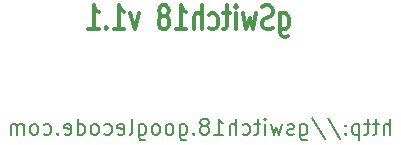
<source format=gbo>
G04 (created by PCBNEW (2013-07-24 BZR 4024)-stable) date Fri 24 Jul 2015 04:08:31 PM NZST*
%MOIN*%
G04 Gerber Fmt 3.4, Leading zero omitted, Abs format*
%FSLAX34Y34*%
G01*
G70*
G90*
G04 APERTURE LIST*
%ADD10C,0.005*%
%ADD11C,0.012*%
%ADD12C,0.0079*%
G04 APERTURE END LIST*
G54D10*
G54D11*
X42258Y-26282D02*
X42258Y-26930D01*
X42286Y-27006D01*
X42315Y-27044D01*
X42372Y-27082D01*
X42458Y-27082D01*
X42515Y-27044D01*
X42258Y-26777D02*
X42315Y-26815D01*
X42429Y-26815D01*
X42486Y-26777D01*
X42515Y-26739D01*
X42543Y-26663D01*
X42543Y-26434D01*
X42515Y-26358D01*
X42486Y-26320D01*
X42429Y-26282D01*
X42315Y-26282D01*
X42258Y-26320D01*
X42001Y-26777D02*
X41915Y-26815D01*
X41772Y-26815D01*
X41715Y-26777D01*
X41686Y-26739D01*
X41658Y-26663D01*
X41658Y-26587D01*
X41686Y-26511D01*
X41715Y-26472D01*
X41772Y-26434D01*
X41886Y-26396D01*
X41943Y-26358D01*
X41972Y-26320D01*
X42001Y-26244D01*
X42001Y-26168D01*
X41972Y-26092D01*
X41943Y-26053D01*
X41886Y-26015D01*
X41743Y-26015D01*
X41658Y-26053D01*
X41458Y-26282D02*
X41343Y-26815D01*
X41229Y-26434D01*
X41115Y-26815D01*
X41001Y-26282D01*
X40772Y-26815D02*
X40772Y-26282D01*
X40772Y-26015D02*
X40801Y-26053D01*
X40772Y-26092D01*
X40743Y-26053D01*
X40772Y-26015D01*
X40772Y-26092D01*
X40572Y-26282D02*
X40343Y-26282D01*
X40486Y-26015D02*
X40486Y-26701D01*
X40458Y-26777D01*
X40401Y-26815D01*
X40343Y-26815D01*
X39886Y-26777D02*
X39943Y-26815D01*
X40058Y-26815D01*
X40115Y-26777D01*
X40143Y-26739D01*
X40172Y-26663D01*
X40172Y-26434D01*
X40143Y-26358D01*
X40115Y-26320D01*
X40058Y-26282D01*
X39943Y-26282D01*
X39886Y-26320D01*
X39629Y-26815D02*
X39629Y-26015D01*
X39372Y-26815D02*
X39372Y-26396D01*
X39401Y-26320D01*
X39458Y-26282D01*
X39543Y-26282D01*
X39601Y-26320D01*
X39629Y-26358D01*
X38772Y-26815D02*
X39115Y-26815D01*
X38943Y-26815D02*
X38943Y-26015D01*
X39001Y-26130D01*
X39058Y-26206D01*
X39115Y-26244D01*
X38429Y-26358D02*
X38486Y-26320D01*
X38515Y-26282D01*
X38543Y-26206D01*
X38543Y-26168D01*
X38515Y-26092D01*
X38486Y-26053D01*
X38429Y-26015D01*
X38315Y-26015D01*
X38258Y-26053D01*
X38229Y-26092D01*
X38201Y-26168D01*
X38201Y-26206D01*
X38229Y-26282D01*
X38258Y-26320D01*
X38315Y-26358D01*
X38429Y-26358D01*
X38486Y-26396D01*
X38515Y-26434D01*
X38543Y-26511D01*
X38543Y-26663D01*
X38515Y-26739D01*
X38486Y-26777D01*
X38429Y-26815D01*
X38315Y-26815D01*
X38258Y-26777D01*
X38229Y-26739D01*
X38201Y-26663D01*
X38201Y-26511D01*
X38229Y-26434D01*
X38258Y-26396D01*
X38315Y-26358D01*
X37543Y-26282D02*
X37401Y-26815D01*
X37258Y-26282D01*
X36715Y-26815D02*
X37058Y-26815D01*
X36886Y-26815D02*
X36886Y-26015D01*
X36943Y-26130D01*
X37000Y-26206D01*
X37058Y-26244D01*
X36458Y-26739D02*
X36429Y-26777D01*
X36458Y-26815D01*
X36486Y-26777D01*
X36458Y-26739D01*
X36458Y-26815D01*
X35858Y-26815D02*
X36200Y-26815D01*
X36029Y-26815D02*
X36029Y-26015D01*
X36086Y-26130D01*
X36143Y-26206D01*
X36200Y-26244D01*
G54D12*
X45918Y-30333D02*
X45918Y-29790D01*
X45702Y-30333D02*
X45702Y-30049D01*
X45726Y-29997D01*
X45774Y-29971D01*
X45846Y-29971D01*
X45894Y-29997D01*
X45918Y-30023D01*
X45534Y-29971D02*
X45342Y-29971D01*
X45462Y-29790D02*
X45462Y-30256D01*
X45438Y-30307D01*
X45390Y-30333D01*
X45342Y-30333D01*
X45246Y-29971D02*
X45054Y-29971D01*
X45174Y-29790D02*
X45174Y-30256D01*
X45150Y-30307D01*
X45102Y-30333D01*
X45054Y-30333D01*
X44886Y-29971D02*
X44886Y-30514D01*
X44886Y-29997D02*
X44838Y-29971D01*
X44742Y-29971D01*
X44694Y-29997D01*
X44670Y-30023D01*
X44646Y-30075D01*
X44646Y-30230D01*
X44670Y-30282D01*
X44694Y-30307D01*
X44742Y-30333D01*
X44838Y-30333D01*
X44886Y-30307D01*
X44430Y-30282D02*
X44406Y-30307D01*
X44430Y-30333D01*
X44454Y-30307D01*
X44430Y-30282D01*
X44430Y-30333D01*
X44430Y-29997D02*
X44406Y-30023D01*
X44430Y-30049D01*
X44454Y-30023D01*
X44430Y-29997D01*
X44430Y-30049D01*
X43830Y-29764D02*
X44262Y-30463D01*
X43302Y-29764D02*
X43734Y-30463D01*
X42918Y-29971D02*
X42918Y-30411D01*
X42942Y-30463D01*
X42966Y-30488D01*
X43014Y-30514D01*
X43086Y-30514D01*
X43134Y-30488D01*
X42918Y-30307D02*
X42966Y-30333D01*
X43062Y-30333D01*
X43110Y-30307D01*
X43134Y-30282D01*
X43158Y-30230D01*
X43158Y-30075D01*
X43134Y-30023D01*
X43110Y-29997D01*
X43062Y-29971D01*
X42966Y-29971D01*
X42918Y-29997D01*
X42702Y-30307D02*
X42654Y-30333D01*
X42558Y-30333D01*
X42510Y-30307D01*
X42486Y-30256D01*
X42486Y-30230D01*
X42510Y-30178D01*
X42558Y-30152D01*
X42630Y-30152D01*
X42678Y-30126D01*
X42702Y-30075D01*
X42702Y-30049D01*
X42678Y-29997D01*
X42630Y-29971D01*
X42558Y-29971D01*
X42510Y-29997D01*
X42318Y-29971D02*
X42222Y-30333D01*
X42126Y-30075D01*
X42030Y-30333D01*
X41934Y-29971D01*
X41742Y-30333D02*
X41742Y-29971D01*
X41742Y-29790D02*
X41766Y-29816D01*
X41742Y-29842D01*
X41718Y-29816D01*
X41742Y-29790D01*
X41742Y-29842D01*
X41574Y-29971D02*
X41382Y-29971D01*
X41502Y-29790D02*
X41502Y-30256D01*
X41478Y-30307D01*
X41430Y-30333D01*
X41382Y-30333D01*
X40998Y-30307D02*
X41046Y-30333D01*
X41142Y-30333D01*
X41190Y-30307D01*
X41214Y-30282D01*
X41238Y-30230D01*
X41238Y-30075D01*
X41214Y-30023D01*
X41190Y-29997D01*
X41142Y-29971D01*
X41046Y-29971D01*
X40998Y-29997D01*
X40782Y-30333D02*
X40782Y-29790D01*
X40566Y-30333D02*
X40566Y-30049D01*
X40590Y-29997D01*
X40638Y-29971D01*
X40710Y-29971D01*
X40758Y-29997D01*
X40782Y-30023D01*
X40062Y-30333D02*
X40350Y-30333D01*
X40206Y-30333D02*
X40206Y-29790D01*
X40254Y-29868D01*
X40302Y-29920D01*
X40350Y-29945D01*
X39774Y-30023D02*
X39822Y-29997D01*
X39846Y-29971D01*
X39870Y-29920D01*
X39870Y-29894D01*
X39846Y-29842D01*
X39822Y-29816D01*
X39774Y-29790D01*
X39678Y-29790D01*
X39630Y-29816D01*
X39606Y-29842D01*
X39582Y-29894D01*
X39582Y-29920D01*
X39606Y-29971D01*
X39630Y-29997D01*
X39678Y-30023D01*
X39774Y-30023D01*
X39822Y-30049D01*
X39846Y-30075D01*
X39870Y-30126D01*
X39870Y-30230D01*
X39846Y-30282D01*
X39822Y-30307D01*
X39774Y-30333D01*
X39678Y-30333D01*
X39630Y-30307D01*
X39606Y-30282D01*
X39582Y-30230D01*
X39582Y-30126D01*
X39606Y-30075D01*
X39630Y-30049D01*
X39678Y-30023D01*
X39366Y-30282D02*
X39342Y-30307D01*
X39366Y-30333D01*
X39390Y-30307D01*
X39366Y-30282D01*
X39366Y-30333D01*
X38910Y-29971D02*
X38910Y-30411D01*
X38934Y-30463D01*
X38958Y-30488D01*
X39006Y-30514D01*
X39078Y-30514D01*
X39126Y-30488D01*
X38910Y-30307D02*
X38958Y-30333D01*
X39054Y-30333D01*
X39102Y-30307D01*
X39126Y-30282D01*
X39150Y-30230D01*
X39150Y-30075D01*
X39126Y-30023D01*
X39102Y-29997D01*
X39054Y-29971D01*
X38958Y-29971D01*
X38910Y-29997D01*
X38598Y-30333D02*
X38646Y-30307D01*
X38670Y-30282D01*
X38694Y-30230D01*
X38694Y-30075D01*
X38670Y-30023D01*
X38646Y-29997D01*
X38598Y-29971D01*
X38526Y-29971D01*
X38478Y-29997D01*
X38454Y-30023D01*
X38430Y-30075D01*
X38430Y-30230D01*
X38454Y-30282D01*
X38478Y-30307D01*
X38526Y-30333D01*
X38598Y-30333D01*
X38142Y-30333D02*
X38190Y-30307D01*
X38214Y-30282D01*
X38238Y-30230D01*
X38238Y-30075D01*
X38214Y-30023D01*
X38190Y-29997D01*
X38142Y-29971D01*
X38070Y-29971D01*
X38022Y-29997D01*
X37998Y-30023D01*
X37974Y-30075D01*
X37974Y-30230D01*
X37998Y-30282D01*
X38022Y-30307D01*
X38070Y-30333D01*
X38142Y-30333D01*
X37542Y-29971D02*
X37542Y-30411D01*
X37566Y-30463D01*
X37590Y-30488D01*
X37638Y-30514D01*
X37710Y-30514D01*
X37758Y-30488D01*
X37542Y-30307D02*
X37590Y-30333D01*
X37686Y-30333D01*
X37734Y-30307D01*
X37758Y-30282D01*
X37782Y-30230D01*
X37782Y-30075D01*
X37758Y-30023D01*
X37734Y-29997D01*
X37686Y-29971D01*
X37590Y-29971D01*
X37542Y-29997D01*
X37230Y-30333D02*
X37278Y-30307D01*
X37302Y-30256D01*
X37302Y-29790D01*
X36846Y-30307D02*
X36894Y-30333D01*
X36990Y-30333D01*
X37038Y-30307D01*
X37062Y-30256D01*
X37062Y-30049D01*
X37038Y-29997D01*
X36990Y-29971D01*
X36894Y-29971D01*
X36846Y-29997D01*
X36822Y-30049D01*
X36822Y-30101D01*
X37062Y-30152D01*
X36390Y-30307D02*
X36438Y-30333D01*
X36534Y-30333D01*
X36582Y-30307D01*
X36606Y-30282D01*
X36630Y-30230D01*
X36630Y-30075D01*
X36606Y-30023D01*
X36582Y-29997D01*
X36534Y-29971D01*
X36438Y-29971D01*
X36390Y-29997D01*
X36102Y-30333D02*
X36150Y-30307D01*
X36174Y-30282D01*
X36198Y-30230D01*
X36198Y-30075D01*
X36174Y-30023D01*
X36150Y-29997D01*
X36102Y-29971D01*
X36030Y-29971D01*
X35982Y-29997D01*
X35958Y-30023D01*
X35934Y-30075D01*
X35934Y-30230D01*
X35958Y-30282D01*
X35982Y-30307D01*
X36030Y-30333D01*
X36102Y-30333D01*
X35502Y-30333D02*
X35502Y-29790D01*
X35502Y-30307D02*
X35550Y-30333D01*
X35646Y-30333D01*
X35694Y-30307D01*
X35718Y-30282D01*
X35742Y-30230D01*
X35742Y-30075D01*
X35718Y-30023D01*
X35694Y-29997D01*
X35646Y-29971D01*
X35550Y-29971D01*
X35502Y-29997D01*
X35070Y-30307D02*
X35118Y-30333D01*
X35214Y-30333D01*
X35262Y-30307D01*
X35286Y-30256D01*
X35286Y-30049D01*
X35262Y-29997D01*
X35214Y-29971D01*
X35118Y-29971D01*
X35070Y-29997D01*
X35046Y-30049D01*
X35046Y-30101D01*
X35286Y-30152D01*
X34830Y-30282D02*
X34806Y-30307D01*
X34830Y-30333D01*
X34854Y-30307D01*
X34830Y-30282D01*
X34830Y-30333D01*
X34374Y-30307D02*
X34422Y-30333D01*
X34518Y-30333D01*
X34566Y-30307D01*
X34590Y-30282D01*
X34614Y-30230D01*
X34614Y-30075D01*
X34590Y-30023D01*
X34566Y-29997D01*
X34518Y-29971D01*
X34422Y-29971D01*
X34374Y-29997D01*
X34086Y-30333D02*
X34134Y-30307D01*
X34158Y-30282D01*
X34182Y-30230D01*
X34182Y-30075D01*
X34158Y-30023D01*
X34134Y-29997D01*
X34086Y-29971D01*
X34014Y-29971D01*
X33966Y-29997D01*
X33942Y-30023D01*
X33918Y-30075D01*
X33918Y-30230D01*
X33942Y-30282D01*
X33966Y-30307D01*
X34014Y-30333D01*
X34086Y-30333D01*
X33702Y-30333D02*
X33702Y-29971D01*
X33702Y-30023D02*
X33678Y-29997D01*
X33630Y-29971D01*
X33558Y-29971D01*
X33510Y-29997D01*
X33486Y-30049D01*
X33486Y-30333D01*
X33486Y-30049D02*
X33462Y-29997D01*
X33414Y-29971D01*
X33342Y-29971D01*
X33294Y-29997D01*
X33270Y-30049D01*
X33270Y-30333D01*
M02*

</source>
